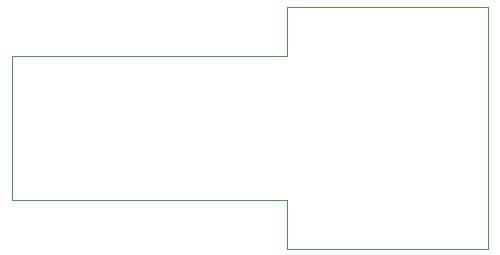
<source format=gbr>
%TF.GenerationSoftware,KiCad,Pcbnew,9.0.1*%
%TF.CreationDate,2025-11-17T22:12:27+05:30*%
%TF.ProjectId,Project_1,50726f6a-6563-4745-9f31-2e6b69636164,rev?*%
%TF.SameCoordinates,Original*%
%TF.FileFunction,Profile,NP*%
%FSLAX46Y46*%
G04 Gerber Fmt 4.6, Leading zero omitted, Abs format (unit mm)*
G04 Created by KiCad (PCBNEW 9.0.1) date 2025-11-17 22:12:27*
%MOMM*%
%LPD*%
G01*
G04 APERTURE LIST*
%TA.AperFunction,Profile*%
%ADD10C,0.050000*%
%TD*%
G04 APERTURE END LIST*
D10*
X114450000Y-71100000D02*
X137700000Y-71100000D01*
X137700000Y-87450000D02*
X154750000Y-87450000D01*
X114450000Y-71100000D02*
X114450000Y-83300000D01*
X137700000Y-83300000D02*
X137700000Y-87450000D01*
X114450000Y-83300000D02*
X137700000Y-83300000D01*
X137700000Y-66950000D02*
X154750000Y-66950000D01*
X137700000Y-71100000D02*
X137700000Y-66950000D01*
X154750000Y-66950000D02*
X154750000Y-87450000D01*
M02*

</source>
